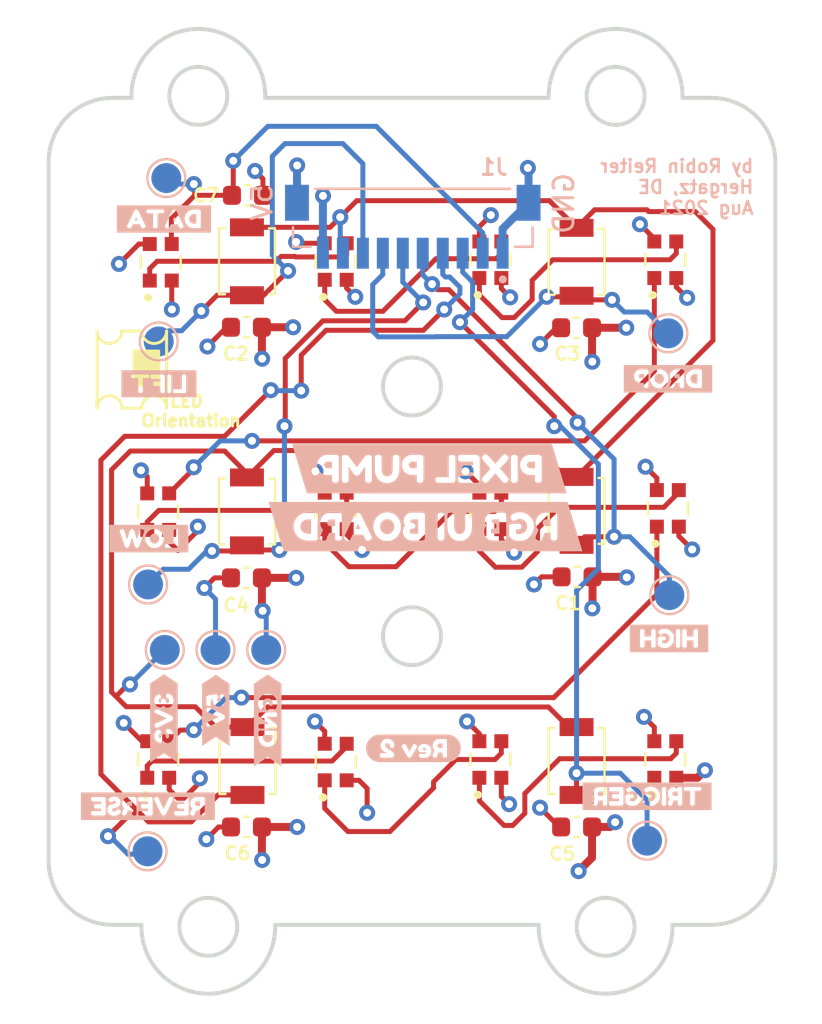
<source format=kicad_pcb>
(kicad_pcb (version 20210722) (generator pcbnew)
  (layers (0 "F.Cu" signal) (1 "In1.Cu" power "GND") (2 "In2.Cu" power "PWR") (31 "B.Cu" signal) (34 "B.Paste" user) (35 "F.Paste" user) (36 "B.SilkS" user "B.Silkscreen") (37 "F.SilkS" user "F.Silkscreen") (38 "B.Mask" user) (39 "F.Mask" user) (44 "Edge.Cuts" user))
  (net 0 "")
  (net 1 "GND")
  (net 2 "LIFT_BTN")
  (net 3 "HIGH_BTN")
  (net 4 "REVERSE_BTN")
  (net 5 "DROP_BTN")
  (net 6 "LOW_BTN")
  (net 7 "TRIGGER_BTN")
  (net 8 "+5V")
  (net 9 "LED_DATA")
  (net 10 "Net-(U1-Pad1)")
  (net 11 "Net-(U2-Pad1)")
  (net 12 "DO_DROP")
  (net 13 "Net-(U3-Pad1)")
  (net 14 "DO_LOW")
  (net 15 "DO_LIFT")
  (net 16 "DO_HIGH")
  (net 17 "DO_REV")
  (net 18 "Net-(U10-Pad3)")
  (net 19 "Net-(U11-Pad3)")
  (net 20 "Net-(U12-Pad3)")
  (net 22 "+3V3")
  (footprint "WS2812-2020:LED_WS2812-2020" (layer "F.Cu") (at 78.105 99.187 90)
    (fp_text reference "U6" hide)
    (fp_text value "WS2812-2020" hide)
  )
  (footprint "Capacitor_SMD:C_0603_1608Metric" (layer "F.Cu") (at 73.6346 89.9668)
    (fp_text reference "C4")
    (fp_text value "100n")
  )
  (footprint "WS2812-2020:LED_WS2812-2020" (layer "F.Cu") (at 78.105 86.614 90)
    (fp_text reference "U5" hide)
    (fp_text value "WS2812-2020" hide)
  )
  (footprint "WS2812-2020:LED_WS2812-2020" (layer "F.Cu") (at 85.852 86.614 90)
    (fp_text reference "U8" hide)
    (fp_text value "WS2812-2020" hide)
  )
  (footprint "WS2812-2020:LED_WS2812-2020" (layer "F.Cu") (at 69.215 86.651522 90)
    (fp_text reference "U2" hide)
    (fp_text value "WS2812-2020" hide)
  )
  (footprint "Capacitor_SMD:C_0603_1608Metric" (layer "F.Cu") (at 90.17 102.4382)
    (fp_text reference "C5")
    (fp_text value "100n")
  )
  (footprint "Button_Switch_SMD:SW_SPST_B3U-1000P" (layer "F.Cu") (at 73.66 74.1172 90)
    (fp_text reference "SW1" hide)
    (fp_text value "LIFT")
  )
  (footprint "Button_Switch_SMD:SW_SPST_B3U-1000P" (layer "F.Cu") (at 90.17 74.1426 90)
    (fp_text reference "SW5" hide)
    (fp_text value "DROP")
  )
  (footprint "WS2812-2020:LED_WS2812-2020" (layer "F.Cu") (at 94.615 74.041 90)
    (fp_text reference "U10" hide)
    (fp_text value "WS2812-2020" hide)
  )
  (footprint "Capacitor_SMD:C_0603_1608Metric" (layer "F.Cu") (at 73.6346 102.4382)
    (fp_text reference "C6")
    (fp_text value "100n")
  )
  (footprint "Capacitor_SMD:C_0603_1608Metric" (layer "F.Cu") (at 73.6346 77.4192)
    (fp_text reference "C2")
    (fp_text value "100n")
  )
  (footprint "WS2812-2020:LED_WS2812-2020" (layer "F.Cu") (at 78.105 74.130478 90)
    (fp_text reference "U4" hide)
    (fp_text value "WS2812-2020" hide)
  )
  (footprint "WS2812-2020:LED_WS2812-2020" (layer "F.Cu") (at 94.742 86.487 90)
    (fp_text reference "U11" hide)
    (fp_text value "WS2812-2020" hide)
  )
  (footprint "WS2812-2020:LED_WS2812-2020" (layer "F.Cu") (at 85.852 99.06 90)
    (fp_text reference "U9" hide)
    (fp_text value "WS2812-2020" hide)
  )
  (footprint "WS2812-2020:LED_WS2812-2020" (layer "F.Cu") (at 85.852 74.041 90)
    (fp_text reference "U7" hide)
    (fp_text value "WS2812-2020" hide)
  )
  (footprint "Capacitor_SMD:C_0603_1608Metric" (layer "F.Cu") (at 73.6854 70.8152)
    (fp_text reference "C7")
    (fp_text value "50p")
  )
  (footprint "Button_Switch_SMD:SW_SPST_B3U-1000P" (layer "F.Cu") (at 90.17 99.1362 90)
    (fp_text reference "SW4" hide)
    (fp_text value "TRIGGER")
  )
  (footprint "Button_Switch_SMD:SW_SPST_B3U-1000P" (layer "F.Cu") (at 73.6854 99.1362 90)
    (fp_text reference "SW3" hide)
    (fp_text value "REVERSE")
  )
  (footprint "WS2812-2020:LED_WS2812-2020" (layer "F.Cu") (at 69.215 99.06 90)
    (fp_text reference "U3" hide)
    (fp_text value "WS2812-2020" hide)
  )
  (footprint "Capacitor_SMD:C_0603_1608Metric" (layer "F.Cu") (at 90.17 77.4446)
    (fp_text reference "C3")
    (fp_text value "100n")
  )
  (footprint "WS2812-2020:LED_WS2812-2020" (layer "F.Cu") (at 94.615 99.06 90)
    (fp_text reference "U12" hide)
    (fp_text value "WS2812-2020" hide)
  )
  (footprint "Capacitor_SMD:C_0603_1608Metric" (layer "F.Cu") (at 90.1954 89.916)
    (fp_text reference "C1")
    (fp_text value "100n")
  )
  (footprint "Button_Switch_SMD:SW_SPST_B3U-1000P" (layer "F.Cu") (at 73.66 86.6394 90)
    (fp_text reference "SW2" hide)
    (fp_text value "LOW")
  )
  (footprint "WS2812-2020:LED_WS2812-2020" (layer "F.Cu") (at 69.342 74.168 90)
    (fp_text reference "U1" hide)
    (fp_text value "WS2812-2020" hide)
  )
  (footprint "Button_Switch_SMD:SW_SPST_B3U-1000P" (layer "F.Cu") (at 90.17 86.614 90)
    (fp_text reference "SW6" hide)
    (fp_text value "HIGH")
  )
  (footprint "kibuzzard-6108471A" (layer "B.Cu") (at 82.6 87.4 180)
    (fp_text reference "kibuzzard-6108471A" hide)
    (fp_text value "G***" hide)
  )
  (footprint "TestPoint:TestPoint_Pad_D1.5mm" (layer "B.Cu") (at 72.0852 93.5736 180)
    (fp_text reference "TP9" hide)
    (fp_text value "+5V")
  )
  (footprint "kibuzzard-610846A8" (layer "B.Cu") (at 72.1 96.6 -90)
    (fp_text reference "kibuzzard-610846A8" hide)
    (fp_text value "G***" hide)
  )
  (footprint "kibuzzard-610846B1" (layer "B.Cu") (at 74.7 97.1 -90)
    (fp_text reference "kibuzzard-610846B1" hide)
    (fp_text value "G***" hide)
  )
  (footprint "kibuzzard-61084691" (layer "B.Cu") (at 69.5 97 -90)
    (fp_text reference "kibuzzard-61084691" hide)
    (fp_text value "G***" hide)
  )
  (footprint "kibuzzard-610845ED" (layer "B.Cu") (at 94.75 80 180)
    (fp_text reference "kibuzzard-610845ED" hide)
    (fp_text value "G***" hide)
  )
  (footprint "TestPoint:TestPoint_Pad_D1.5mm" (layer "B.Cu") (at 68.707 90.297 180)
    (fp_text reference "TP3" hide)
    (fp_text value "LOW")
  )
  (footprint "kibuzzard-6108463B" (layer "B.Cu") (at 93.7 100.9 180)
    (fp_text reference "kibuzzard-6108463B" hide)
    (fp_text value "G***" hide)
  )
  (footprint "kibuzzard-61084618" (layer "B.Cu") (at 94.8 93 180)
    (fp_text reference "kibuzzard-61084618" hide)
    (fp_text value "G***" hide)
  )
  (footprint "BM10B-SRSS-TB(LF)(SN):BM10B-SRSS-TB(LF)(SN)" (layer "B.Cu") (at 81.9658 73.7136 180)
    (fp_text reference "J1")
    (fp_text value "BM10B-SRSS-TB(LF)(SN)")
  )
  (footprint "kibuzzard-61084704" (layer "B.Cu") (at 82.8 84.5 180)
    (fp_text reference "kibuzzard-61084704" hide)
    (fp_text value "G***" hide)
  )
  (footprint "kibuzzard-61084660" (layer "B.Cu") (at 68.7 101.4 180)
    (fp_text reference "kibuzzard-61084660" hide)
    (fp_text value "G***" hide)
  )
  (footprint "kibuzzard-61084764" (layer "B.Cu") (at 82 98.5 180)
    (fp_text reference "kibuzzard-61084764" hide)
    (fp_text value "G***" hide)
  )
  (footprint "kibuzzard-610845E2" (layer "B.Cu") (at 69.25 80.25 180)
    (fp_text reference "kibuzzard-610845E2" hide)
    (fp_text value "G***" hide)
  )
  (footprint "kibuzzard-6108460F" (layer "B.Cu") (at 68.75 88 180)
    (fp_text reference "kibuzzard-6108460F" hide)
    (fp_text value "G***" hide)
  )
  (footprint "TestPoint:TestPoint_Pad_D1.5mm" (layer "B.Cu") (at 94.7674 77.724 180)
    (fp_text reference "TP4" hide)
    (fp_text value "DROP")
  )
  (footprint "TestPoint:TestPoint_Pad_D1.5mm" (layer "B.Cu") (at 69.2404 78.1304 180)
    (fp_text reference "TP2" hide)
    (fp_text value "LIFT")
  )
  (footprint "TestPoint:TestPoint_Pad_D1.5mm" (layer "B.Cu") (at 93.7006 103.124 180)
    (fp_text reference "TP7" hide)
    (fp_text value "TRIGGER")
  )
  (footprint "TestPoint:TestPoint_Pad_D1.5mm" (layer "B.Cu") (at 68.6816 103.6574 180)
    (fp_text reference "TP5" hide)
    (fp_text value "REVERSE")
  )
  (footprint "TestPoint:TestPoint_Pad_D1.5mm" (layer "B.Cu") (at 74.6252 93.5736 180)
    (fp_text reference "TP1" hide)
    (fp_text value "GND")
  )
  (footprint "TestPoint:TestPoint_Pad_D1.5mm" (layer "B.Cu") (at 69.6214 69.9516 180)
    (fp_text reference "TP8" hide)
    (fp_text value "LED DATA")
  )
  (footprint "TestPoint:TestPoint_Pad_D1.5mm" (layer "B.Cu") (at 69.5452 93.5736 180)
    (fp_text reference "TP10" hide)
    (fp_text value "3v3" hide)
  )
  (footprint "TestPoint:TestPoint_Pad_D1.5mm" (layer "B.Cu") (at 94.8182 90.8304 180)
    (fp_text reference "TP6" hide)
    (fp_text value "HIGH")
  )
  (footprint "kibuzzard-61084595" (layer "B.Cu") (at 69.5 72 180)
    (fp_text reference "kibuzzard-61084595" hide)
    (fp_text value "G***" hide)
  )
  (gr_arc (start 66.7766 81.4705) (end 67.3989 81.4705) (angle -180) (layer "F.SilkS") (width 0.15))
  (gr_arc (start 69.0118 77.6097) (end 68.3895 77.6097) (angle -180) (layer "F.SilkS") (width 0.15))
  (gr_arc (start 69.0118 81.4705) (end 69.6341 81.4705) (angle -180) (layer "F.SilkS") (width 0.15))
  (gr_arc (start 66.7766 77.6097) (end 66.1543 77.6097) (angle -180) (layer "F.SilkS") (width 0.15))
  (gr_line (start 66.1543 81.4705) (end 66.1543 77.6097) (layer "F.SilkS") (width 0.15))
  (gr_line (start 68.3895 81.4705) (end 67.3989 81.4705) (layer "F.SilkS") (width 0.15))
  (gr_line (start 69.6341 77.6097) (end 69.6341 81.4705) (layer "F.SilkS") (width 0.15))
  (gr_rect (start 67.9958 78.613) (end 69.2404 80.3148) (layer "F.SilkS") (width 0.15) (fill solid))
  (gr_line (start 67.3735 77.6097) (end 68.3895 77.6097) (layer "F.SilkS") (width 0.15))
  (gr_circle (center 71.724999 107.435436) (end 73.174999 107.435436) (layer "Edge.Cuts") (width 0.2) (fill none))
  (gr_line (start 100.124999 69.135436) (end 100.124999 104.135437) (layer "Edge.Cuts") (width 0.2))
  (gr_circle (center 92.124999 65.835436) (end 93.574999 65.835436) (layer "Edge.Cuts") (width 0.2) (fill none))
  (gr_line (start 96.924999 107.335437) (end 94.973507 107.335437) (layer "Edge.Cuts") (width 0.2))
  (gr_arc (start 71.224999 65.835436) (end 74.573507 65.935436) (angle -183.4211518) (layer "Edge.Cuts") (width 0.2))
  (gr_line (start 95.473507 65.935436) (end 96.924999 65.935436) (layer "Edge.Cuts") (width 0.2))
  (gr_line (start 68.376492 107.335437) (end 66.924999 107.335437) (layer "Edge.Cuts") (width 0.2))
  (gr_line (start 63.724999 104.135437) (end 63.724999 69.135436) (layer "Edge.Cuts") (width 0.2))
  (gr_circle (center 91.624999 107.435436) (end 93.074999 107.435436) (layer "Edge.Cuts") (width 0.2) (fill none))
  (gr_circle (center 81.924999 92.885436) (end 83.374999 92.885436) (layer "Edge.Cuts") (width 0.2) (fill none))
  (gr_circle (center 81.924999 80.385436) (end 83.374999 80.385436) (layer "Edge.Cuts") (width 0.2) (fill none))
  (gr_arc (start 66.924999 104.135437) (end 63.724999 104.135437) (angle -90) (layer "Edge.Cuts") (width 0.2))
  (gr_arc (start 96.924999 69.135436) (end 100.124999 69.135436) (angle -90) (layer "Edge.Cuts") (width 0.2))
  (gr_line (start 74.573507 65.935436) (end 88.776492 65.935436) (layer "Edge.Cuts") (width 0.2))
  (gr_circle (center 71.224999 65.835436) (end 72.674999 65.835436) (layer "Edge.Cuts") (width 0.2) (fill none))
  (gr_arc (start 91.624999 107.435436) (end 88.276492 107.335437) (angle -183.4211319) (layer "Edge.Cuts") (width 0.2))
  (gr_line (start 88.276492 107.335437) (end 75.073507 107.335437) (layer "Edge.Cuts") (width 0.2))
  (gr_line (start 66.924999 65.935436) (end 67.876492 65.935436) (layer "Edge.Cuts") (width 0.2))
  (gr_arc (start 92.124999 65.835436) (end 95.473507 65.935436) (angle -183.4211518) (layer "Edge.Cuts") (width 0.2))
  (gr_arc (start 66.924999 69.135436) (end 66.924999 65.935436) (angle -90) (layer "Edge.Cuts") (width 0.2))
  (gr_arc (start 96.924999 104.135437) (end 96.924999 107.335437) (angle -90) (layer "Edge.Cuts") (width 0.2))
  (gr_arc (start 71.724999 107.435436) (end 68.376492 107.335437) (angle -183.4211319) (layer "Edge.Cuts") (width 0.2))
  (gr_text "GND" (at 89.535 71.2216 90) (layer "B.SilkS") (effects (font (size 1 1)) (justify mirror)))
  (gr_text "by Robin Reiter\nHergatz, DE\nAug 2021" (at 99.1 70.4) (layer "B.SilkS") (effects (font (size 0.65 0.65) (thickness 0.13)) (justify left mirror)))
  (gr_text "5V" (at 74.422 71.1708 90) (layer "B.SilkS") (effects (font (size 1 1)) (justify mirror)))
  (gr_text "LED \nOrientation" (at 70.866 81.6102) (layer "F.SilkS") (effects (font (size 0.6 0.6))))
  (segment (start 74.4096 104.0768) (end 74.422 104.0892) (width 0.4) (layer "F.Cu") (net 1))
  (segment (start 79.274 100.102) (end 79.6798 100.5078) (width 0.25) (layer "F.Cu") (net 1))
  (segment (start 71.3 100.2) (end 71.3 100) (width 0.25) (layer "F.Cu") (net 1))
  (segment (start 69.765 100.565) (end 70.2 101) (width 0.25) (layer "F.Cu") (net 1))
  (segment (start 90.945 102.4382) (end 90.945 103.9746) (width 0.4) (layer "F.Cu") (net 1))
  (segment (start 74.4096 89.9668) (end 74.4096 91.58) (width 0.4) (layer "F.Cu") (net 1))
  (segment (start 69.892 76.5214) (end 69.9008 76.5302) (width 0.25) (layer "F.Cu") (net 1))
  (segment (start 91.8618 102.4382) (end 92.1 102.2) (width 0.4) (layer "F.Cu") (net 1))
  (segment (start 95.292 87.8752) (end 95.9612 88.5444) (width 0.25) (layer "F.Cu") (net 1))
  (segment (start 79.6798 100.5078) (end 79.6798 101.727) (width 0.25) (layer "F.Cu") (net 1))
  (segment (start 90.945 77.4446) (end 90.945 79.134) (width 0.4) (layer "F.Cu") (net 1))
  (segment (start 74.4604 70.8152) (end 74.4604 69.99) (width 0.25) (layer "F.Cu") (net 1))
  (segment (start 78.655 100.102) (end 79.274 100.102) (width 0.25) (layer "F.Cu") (net 1))
  (segment (start 70.2 101) (end 70.5 101) (width 0.25) (layer "F.Cu") (net 1))
  (segment (start 86.402 75.48) (end 86.8426 75.9206) (width 0.25) (layer "F.Cu") (net 1))
  (segment (start 78.655 75.46612) (end 79.086158 75.897278) (width 0.25) (layer "F.Cu") (net 1))
  (segment (start 90.945 77.4446) (end 92.6592 77.4446) (width 0.4) (layer "F.Cu") (net 1))
  (segment (start 92.6592 89.916) (end 92.6846 89.9414) (width 0.4) (layer "F.Cu") (net 1))
  (segment (start 91.4146 102.4382) (end 91.8618 102.4382) (width 0.4) (layer "F.Cu") (net 1))
  (segment (start 74.4096 77.4192) (end 75.9714 77.4192) (width 0.4) (layer "F.Cu") (net 1))
  (segment (start 74.4096 91.58) (end 74.4474 91.6178) (width 0.4) (layer "F.Cu") (net 1))
  (segment (start 86.402 74.956) (end 86.402 75.48) (width 0.25) (layer "F.Cu") (net 1))
  (segment (start 96.225 99.975) (end 96.6 99.6) (width 0.4) (layer "F.Cu") (net 1))
  (segment (start 95.165 74.956) (end 95.165 75.4038) (width 0.25) (layer "F.Cu") (net 1))
  (segment (start 78.655 75.045478) (end 78.655 75.46612) (width 0.25) (layer "F.Cu") (net 1))
  (segment (start 86.402 100.9054) (end 86.7918 101.2952) (width 0.25) (layer "F.Cu") (net 1))
  (segment (start 86.402 99.975) (end 86.402 100.9054) (width 0.25) (layer "F.Cu") (net 1))
  (segment (start 90.9704 89.916) (end 92.6592 89.916) (width 0.4) (layer "F.Cu") (net 1))
  (segment (start 69.765 87.566522) (end 69.765 88.053) (width 0.25) (layer "F.Cu") (net 1))
  (segment (start 95.165 75.4038) (end 95.7072 75.946) (width 0.25) (layer "F.Cu") (net 1))
  (segment (start 78.655 87.529) (end 78.655 87.799) (width 0.25) (layer "F.Cu") (net 1))
  (segment (start 90.9704 91.4778) (end 90.9574 91.4908) (width 0.4) (layer "F.Cu") (net 1))
  (segment (start 71 100.5) (end 71.3 100.2) (width 0.25) (layer "F.Cu") (net 1))
  (segment (start 74.4096 89.9668) (end 76.1238 89.9668) (width 0.4) (layer "F.Cu") (net 1))
  (segment (start 74.4096 78.9816) (end 74.422 78.994) (width 0.4) (layer "F.Cu") (net 1))
  (segment (start 90.945 103.9746) (end 90.2716 104.648) (width 0.4) (layer "F.Cu") (net 1))
  (segment (start 90.9704 89.916) (end 90.9704 91.4778) (width 0.4) (layer "F.Cu") (net 1))
  (segment (start 90.945 79.134) (end 90.9574 79.1464) (width 0.4) (layer "F.Cu") (net 1))
  (segment (start 74.4604 69.99) (end 74.0664 69.596) (width 0.25) (layer "F.Cu") (net 1))
  (segment (start 69.765 88.053) (end 69.765 88.165) (width 0.25) (layer "F.Cu") (net 1))
  (segment (start 78.655 87.799) (end 79.4258 88.5698) (width 0.25) (layer "F.Cu") (net 1))
  (segment (start 86.402 87.529) (end 86.402 88.053) (width 0.25) (layer "F.Cu") (net 1))
  (segment (start 74.4096 102.4382) (end 74.4096 104.0768) (width 0.4) (layer "F.Cu") (net 1))
  (segment (start 86.402 88.053) (end 87.0458 88.6968) (width 0.25) (layer "F.Cu") (net 1))
  (segment (start 90.945 102.4382) (end 91.4146 102.4382) (width 0.4) (layer "F.Cu") (net 1))
  (segment (start 70.2 88.6) (end 71.2 87.6) (width 0.25) (layer "F.Cu") (net 1))
  (segment (start 95.165 99.975) (end 95.165 100.3466) (width 0.25) (layer "F.Cu") (net 1))
  (segment (start 69.765 88.165) (end 70.2 88.6) (width 0.25) (layer "F.Cu") (net 1))
  (segment (start 70.5 101) (end 71 100.5) (width 0.25) (layer "F.Cu") (net 1))
  (segment (start 71.2 87.6) (end 71.2 87.4) (width 0.25) (layer "F.Cu") (net 1))
  (segment (start 74.4096 77.4192) (end 74.4096 78.9816) (width 0.4) (layer "F.Cu") (net 1))
  (segment (start 95.165 99.975) (end 96.225 99.975) (width 0.4) (layer "F.Cu") (net 1))
  (segment (start 69.765 100.5244) (end 69.765 100.565) (width 0.25) (layer "F.Cu") (net 1))
  (segment (start 69.765 99.975) (end 69.765 100.5244) (width 0.25) (layer "F.Cu") (net 1))
  (segment (start 69.892 75.083) (end 69.892 76.5214) (width 0.25) (layer "F.Cu") (net 1))
  (segment (start 74.4096 102.4382) (end 76.1746 102.4382) (width 0.4) (layer "F.Cu") (net 1))
  (segment (start 95.292 87.402) (end 95.292 87.8752) (width 0.25) (layer "F.Cu") (net 1))
  (via (at 86.8426 75.9206) (size 0.8) (drill 0.4) (layers "F.Cu" "B.Cu") (net 1))
  (via (at 74.4474 91.6178) (size 0.8) (drill 0.4) (layers "F.Cu" "B.Cu") (net 1))
  (via (at 76.1746 69.3166) (size 0.8) (drill 0.4) (layers "F.Cu" "B.Cu") (net 1))
  (via (at 74.0664 69.596) (size 0.8) (drill 0.4) (layers "F.Cu" "B.Cu") (net 1))
  (via (at 76.1238 89.9668) (size 0.8) (drill 0.4) (layers "F.Cu" "B.Cu") (net 1))
  (via (at 90.2716 104.648) (size 0.8) (drill 0.4) (layers "F.Cu" "B.Cu") (net 1))
  (via (at 92.6592 77.4446) (size 0.8) (drill 0.4) (layers "F.Cu" "B.Cu") (net 1))
  (via (at 74.422 104.0892) (size 0.8) (drill 0.4) (layers "F.Cu" "B.Cu") (net 1))
  (via (at 74.422 78.994) (size 0.8) (drill 0.4) (layers "F.Cu" "B.Cu") (net 1))
  (via (at 75.9714 77.4192) (size 0.8) (drill 0.4) (layers "F.Cu" "B.Cu") (net 1))
  (via (at 79.6798 101.727) (size 0.8) (drill 0.4) (layers "F.Cu" "B.Cu") (net 1))
  (via (at 87.7316 69.4436) (size 0.8) (drill 0.4) (layers "F.Cu" "B.Cu") (net 1))
  (via (at 79.086158 75.897278) (size 0.8) (drill 0.4) (layers "F.Cu" "B.Cu") (net 1))
  (via (at 96.6 99.6) (size 0.8) (drill 0.4) (layers "F.Cu" "B.Cu") (net 1))
  (via (at 79.4258 88.5698) (size 0.8) (drill 0.4) (layers "F.Cu" "B.Cu") (net 1))
  (via (at 95.7072 75.946) (size 0.8) (drill 0.4) (layers "F.Cu" "B.Cu") (net 1))
  (via (at 76.1746 102.4382) (size 0.8) (drill 0.4) (layers "F.Cu" "B.Cu") (net 1))
  (via (at 92.1 102.2) (size 0.8) (drill 0.4) (layers "F.Cu" "B.Cu") (net 1))
  (via (at 92.6846 89.9414) (size 0.8) (drill 0.4) (layers "F.Cu" "B.Cu") (net 1))
  (via (at 95.9612 88.5444) (size 0.8) (drill 0.4) (layers "F.Cu" "B.Cu") (net 1))
  (via (at 87.0458 88.6968) (size 0.8) (drill 0.4) (layers "F.Cu" "B.Cu") (net 1))
  (via (at 86.7918 101.2952) (size 0.8) (drill 0.4) (layers "F.Cu" "B.Cu") (net 1))
  (via (at 90.9574 79.1464) (size 0.8) (drill 0.4) (layers "F.Cu" "B.Cu") (net 1))
  (via (at 69.9008 76.5302) (size 0.8) (drill 0.4) (layers "F.Cu" "B.Cu") (net 1))
  (via (at 90.9574 91.4908) (size 0.8) (drill 0.4) (layers "F.Cu" "B.Cu") (net 1))
  (via (at 71.3 100) (size 0.8) (drill 0.4) (layers "F.Cu" "B.Cu") (net 1))
  (via (at 71.2 87.4) (size 0.8) (drill 0.4) (layers "F.Cu" "B.Cu") (net 1))
  (segment (start 87.7658 69.4778) (end 87.7316 69.4436) (width 0.4) (layer "B.Cu") (net 1))
  (segment (start 74.6252 93.5736) (end 74.6252 91.7956) (width 0.25) (layer "B.Cu") (net 1))
  (segment (start 76.1658 71.1886) (end 76.1658 69.3254) (width 0.4) (layer "B.Cu") (net 1))
  (segment (start 76.1658 69.3254) (end 76.1746 69.3166) (width 0.4) (layer "B.Cu") (net 1))
  (segment (start 87.7658 71.1886) (end 87.7658 69.4778) (width 0.4) (layer "B.Cu") (net 1))
  (segment (start 86.4658 72.4886) (end 87.7658 71.1886) (width 0.4) (layer "B.Cu") (net 1))
  (segment (start 74.6252 91.7956) (end 74.4474 91.6178) (width 0.25) (layer "B.Cu") (net 1))
  (segment (start 86.4658 73.7136) (end 86.4658 72.4886) (width 0.4) (layer "B.Cu") (net 1))
  (segment (start 72.1632 75.8172) (end 73.66 75.8172) (width 0.25) (layer "F.Cu") (net 2))
  (segment (start 71.374 76.6064) (end 72.1632 75.8172) (width 0.25) (layer "F.Cu") (net 2))
  (segment (start 75.7174 74.5998) (end 74.5 75.8172) (width 0.25) (layer "F.Cu") (net 2))
  (segment (start 74.5 75.8172) (end 73.66 75.8172) (width 0.25) (layer "F.Cu") (net 2))
  (via (at 75.7174 74.5998) (size 0.8) (drill 0.4) (layers "F.Cu" "B.Cu") (net 2))
  (via (at 71.374 76.6064) (size 0.8) (drill 0.4) (layers "F.Cu" "B.Cu") (net 2))
  (segment (start 75.7174 74.5998) (end 74.93 73.8124) (width 0.25) (layer "B.Cu") (net 2))
  (segment (start 78.4606 68.2244) (end 79.4658 69.2296) (width 0.25) (layer "B.Cu") (net 2))
  (segment (start 74.93 73.8124) (end 74.93 68.8594) (width 0.25) (layer "B.Cu") (net 2))
  (segment (start 74.93 68.8594) (end 75.565 68.2244) (width 0.25) (layer "B.Cu") (net 2))
  (segment (start 70.3834 77.597) (end 71.374 76.6064) (width 0.25) (layer "B.Cu") (net 2))
  (segment (start 69.2404 78.1304) (end 69.7738 77.597) (width 0.25) (layer "B.Cu") (net 2))
  (segment (start 70.1802 77.597) (end 70.3834 77.597) (width 0.25) (layer "B.Cu") (net 2))
  (segment (start 69.7738 77.597) (end 70.1802 77.597) (width 0.25) (layer "B.Cu") (net 2))
  (segment (start 79.4658 69.2296) (end 79.4658 73.7136) (width 0.25) (layer "B.Cu") (net 2))
  (segment (start 75.565 68.2244) (end 78.4606 68.2244) (width 0.25) (layer "B.Cu") (net 2))
  (segment (start 83.209611 75.538811) (end 82.931 75.2602) (width 0.25) (layer "F.Cu") (net 3))
  (segment (start 90.2208 82.1944) (end 90.2208 81.985738) (width 0.25) (layer "F.Cu") (net 3))
  (segment (start 90.5746 87.9094) (end 90.17 88.314) (width 0.25) (layer "F.Cu") (net 3))
  (segment (start 92.0496 87.9094) (end 90.5746 87.9094) (width 0.25) (layer "F.Cu") (net 3))
  (segment (start 83.773873 75.538811) (end 83.209611 75.538811) (width 0.25) (layer "F.Cu") (net 3))
  (segment (start 90.2208 81.985738) (end 83.773873 75.538811) (width 0.25) (layer "F.Cu") (net 3))
  (via (at 90.2208 82.1944) (size 0.8) (drill 0.4) (layers "F.Cu" "B.Cu") (net 3))
  (via (at 92.0496 87.9094) (size 0.8) (drill 0.4) (layers "F.Cu" "B.Cu") (net 3))
  (via (at 82.931 75.2602) (size 0.8) (drill 0.4) (layers "F.Cu" "B.Cu") (net 3))
  (segment (start 82.931 75.2602) (end 82.4658 74.795) (width 0.25) (layer "B.Cu") (net 3))
  (segment (start 92.0496 84.0232) (end 92.0496 87.9094) (width 0.25) (layer "B.Cu") (net 3))
  (segment (start 82.4658 74.795) (end 82.4658 73.7136) (width 0.25) (layer "B.Cu") (net 3))
  (segment (start 94.8182 89.8906) (end 92.837 87.9094) (width 0.25) (layer "B.Cu") (net 3))
  (segment (start 94.8182 90.8304) (end 94.8182 89.8906) (width 0.25) (layer "B.Cu") (net 3))
  (segment (start 90.2208 82.1944) (end 92.0496 84.0232) (width 0.25) (layer "B.Cu") (net 3))
  (segment (start 92.837 87.9094) (end 92.0496 87.9094) (width 0.25) (layer "B.Cu") (net 3))
  (segment (start 66.3448 99.7966) (end 68.0847 101.5365) (width 0.25) (layer "F.Cu") (net 4))
  (segment (start 82.4992 77.5716) (end 77.6224 77.5716) (width 0.25) (layer "F.Cu") (net 4))
  (segment (start 72.214 100.8362) (end 73.6854 100.8362) (width 0.25) (layer "F.Cu") (net 4))
  (segment (start 68.0847 101.8159) (end 67.7841 101.8159) (width 0.25) (layer "F.Cu") (net 4))
  (segment (start 77.6224 77.5716) (end 76.3778 78.8162) (width 0.25) (layer "F.Cu") (net 4))
  (segment (start 68.7324 102.1842) (end 70.866 102.1842) (width 0.25) (layer "F.Cu") (net 4))
  (segment (start 76.3778 78.8162) (end 76.3778 80.5942) (width 0.25) (layer "F.Cu") (net 4))
  (segment (start 68.0847 101.8159) (end 68.0847 101.5365) (width 0.25) (layer "F.Cu") (net 4))
  (segment (start 66.3448 84.074) (end 66.3448 99.7966) (width 0.25) (layer "F.Cu") (net 4))
  (segment (start 68.0847 101.5365) (end 68.7324 102.1842) (width 0.25) (layer "F.Cu") (net 4))
  (segment (start 67.7841 101.8159) (end 66.7 102.9) (width 0.25) (layer "F.Cu") (net 4))
  (segment (start 70.866 102.1842) (end 72.214 100.8362) (width 0.25) (layer "F.Cu") (net 4))
  (segment (start 74.8538 80.5688) (end 72.5424 82.8802) (width 0.25) (layer "F.Cu") (net 4))
  (segment (start 67.5386 82.8802) (end 66.3448 84.074) (width 0.25) (layer "F.Cu") (net 4))
  (segment (start 83.5406 76.5302) (end 82.4992 77.5716) (width 0.25) (layer "F.Cu") (net 4))
  (segment (start 72.5424 82.8802) (end 67.5386 82.8802) (width 0.25) (layer "F.Cu") (net 4))
  (via (at 76.3778 80.5942) (size 0.8) (drill 0.4) (layers "F.Cu" "B.Cu") (net 4))
  (via (at 66.7 102.9) (size 0.8) (drill 0.4) (layers "F.Cu" "B.Cu") (net 4))
  (via (at 74.8538 80.5688) (size 0.8) (drill 0.4) (layers "F.Cu" "B.Cu") (net 4))
  (via (at 83.5406 76.5302) (size 0.8) (drill 0.4) (layers "F.Cu" "B.Cu") (net 4))
  (segment (start 83.4658 74.7704) (end 83.4658 73.7136) (width 0.25) (layer "B.Cu") (net 4))
  (segment (start 83.82 74.9046) (end 83.6 74.9046) (width 0.25) (layer "B.Cu") (net 4))
  (segment (start 67.7 103.8) (end 68.539 103.8) (width 0.25) (layer "B.Cu") (net 4))
  (segment (start 66.7 102.9) (end 66.8 102.9) (width 0.25) (layer "B.Cu") (net 4))
  (segment (start 66.8 102.9) (end 67.7 103.8) (width 0.25) (layer "B.Cu") (net 4))
  (segment (start 68.539 103.8) (end 68.6816 103.6574) (width 0.25) (layer "B.Cu") (net 4))
  (segment (start 74.8792 80.5942) (end 74.8538 80.5688) (width 0.25) (layer "B.Cu") (net 4))
  (segment (start 83.6 74.9046) (end 83.4658 74.7704) (width 0.25) (layer "B.Cu") (net 4))
  (segment (start 84.328 75.7428) (end 84.328 75.4126) (width 0.25) (layer "B.Cu") (net 4))
  (segment (start 83.5406 76.5302) (end 84.328 75.7428) (width 0.25) (layer "B.Cu") (net 4))
  (segment (start 68.6816 103.6574) (end 68.6816 103.4542) (width 0.25) (layer "B.Cu") (net 4))
  (segment (start 76.3778 80.5942) (end 74.8792 80.5942) (width 0.25) (layer "B.Cu") (net 4))
  (segment (start 84.328 75.4126) (end 83.82 74.9046) (width 0.25) (layer "B.Cu") (net 4))
  (segment (start 90.1174 75.8952) (end 90.17 75.8426) (width 0.25) (layer "F.Cu") (net 5))
  (segment (start 90.375 76.0476) (end 90.17 75.8426) (width 0.25) (layer "F.Cu") (net 5))
  (segment (start 88.6714 75.8952) (end 90.1174 75.8952) (width 0.25) (layer "F.Cu") (net 5))
  (segment (start 91.948 76.0476) (end 90.375 76.0476) (width 0.25) (layer "F.Cu") (net 5))
  (via (at 88.6714 75.8952) (size 0.8) (drill 0.4) (layers "F.Cu" "B.Cu") (net 5))
  (via (at 91.948 76.0476) (size 0.8) (drill 0.4) (layers "F.Cu" "B.Cu") (net 5))
  (segment (start 92.5576 76.6572) (end 91.948 76.0476) (width 0.25) (layer "B.Cu") (net 5))
  (segment (start 79.9592 75.2856) (end 79.9592 77.6224) (width 0.25) (layer "B.Cu") (net 5))
  (segment (start 86.676899 77.889701) (end 88.6714 75.8952) (width 0.25) (layer "B.Cu") (net 5))
  (segment (start 94.7674 77.724) (end 93.7006 76.6572) (width 0.25) (layer "B.Cu") (net 5))
  (segment (start 80.4658 74.779) (end 79.9592 75.2856) (width 0.25) (layer "B.Cu") (net 5))
  (segment (start 93.7006 76.6572) (end 93.5736 76.6572) (width 0.25) (layer "B.Cu") (net 5))
  (segment (start 83.122101 77.889701) (end 86.676899 77.889701) (width 0.25) (layer "B.Cu") (net 5))
  (segment (start 83.110002 77.9018) (end 83.122101 77.889701) (width 0.25) (layer "B.Cu") (net 5))
  (segment (start 93.5736 76.6572) (end 92.5576 76.6572) (width 0.25) (layer "B.Cu") (net 5))
  (segment (start 80.4658 73.7136) (end 80.4658 74.779) (width 0.25) (layer "B.Cu") (net 5))
  (segment (start 79.9592 77.6224) (end 80.2386 77.9018) (width 0.25) (layer "B.Cu") (net 5))
  (segment (start 80.2386 77.9018) (end 83.110002 77.9018) (width 0.25) (layer "B.Cu") (net 5))
  (segment (start 75.578301 78.979995) (end 77.461607 77.096689) (width 0.25) (layer "F.Cu") (net 6))
  (segment (start 73.3788 88.6206) (end 73.66 88.3394) (width 0.25) (layer "F.Cu") (net 6))
  (segment (start 73.8904 88.5698) (end 73.66 88.3394) (width 0.25) (layer "F.Cu") (net 6))
  (segment (start 75.2856 88.5698) (end 73.8904 88.5698) (width 0.25) (layer "F.Cu") (net 6))
  (segment (start 71.9074 88.6206) (end 73.3788 88.6206) (width 0.25) (layer "F.Cu") (net 6))
  (segment (start 77.461607 77.096689) (end 81.570828 77.096689) (width 0.25) (layer "F.Cu") (net 6))
  (segment (start 75.578301 82.333499) (end 75.578301 78.979995) (width 0.25) (layer "F.Cu") (net 6))
  (segment (start 75.5396 82.3722) (end 75.578301 82.333499) (width 0.25) (layer "F.Cu") (net 6))
  (segment (start 81.570828 77.096689) (end 82.487984 76.179533) (width 0.25) (layer "F.Cu") (net 6))
  (via (at 75.2856 88.5698) (size 0.8) (drill 0.4) (layers "F.Cu" "B.Cu") (net 6))
  (via (at 71.9074 88.6206) (size 0.8) (drill 0.4) (layers "F.Cu" "B.Cu") (net 6))
  (via (at 82.487984 76.179533) (size 0.8) (drill 0.4) (layers "F.Cu" "B.Cu") (net 6))
  (via (at 75.5396 82.3722) (size 0.8) (drill 0.4) (layers "F.Cu" "B.Cu") (net 6))
  (segment (start 70.739 89.535) (end 71.5772 88.6968) (width 0.25) (layer "B.Cu") (net 6))
  (segment (start 75.5396 82.3722) (end 75.5396 88.3158) (width 0.25) (layer "B.Cu") (net 6))
  (segment (start 81.4658 73.7136) (end 81.4658 75.157349) (width 0.25) (layer "B.Cu") (net 6))
  (segment (start 71.5772 88.6968) (end 71.6534 88.6206) (width 0.25) (layer "B.Cu") (net 6))
  (segment (start 81.4658 75.157349) (end 82.487984 76.179533) (width 0.25) (layer "B.Cu") (net 6))
  (segment (start 75.5396 88.3158) (end 75.2856 88.5698) (width 0.25) (layer "B.Cu") (net 6))
  (segment (start 68.707 90.297) (end 69.469 89.535) (width 0.25) (layer "B.Cu") (net 6))
  (segment (start 69.469 89.535) (end 70.739 89.535) (width 0.25) (layer "B.Cu") (net 6))
  (segment (start 71.6534 88.6206) (end 71.9074 88.6206) (width 0.25) (layer "B.Cu") (net 6))
  (segment (start 90.17 99.7458) (end 90.17 100.8362) (width 0.25) (layer "F.Cu") (net 7))
  (segment (start 84.328 77.1652) (end 89.0524 81.8896) (width 0.25) (layer "F.Cu") (net 7))
  (segment (start 89.0524 81.8896) (end 89.0524 82.3722) (width 0.25) (layer "F.Cu") (net 7))
  (via (at 90.17 99.7458) (size 0.8) (drill 0.4) (layers "F.Cu" "B.Cu") (net 7))
  (via (at 89.0524 82.3722) (size 0.8) (drill 0.4) (layers "F.Cu" "B.Cu") (net 7))
  (via (at 84.328 77.1652) (size 0.8) (drill 0.4) (layers "F.Cu" "B.Cu") (net 7))
  (segment (start 84.963 76.5302) (end 84.963 75.1586) (width 0.25) (layer "B.Cu") (net 7))
  (segment (start 89.3572 82.3722) (end 91.2622 84.2772) (width 0.25) (layer "B.Cu") (net 7))
  (segment (start 84.328 77.1652) (end 84.963 76.5302) (width 0.25) (layer "B.Cu") (net 7))
  (segment (start 91.2622 89.5096) (end 90.2208 90.551) (width 0.25) (layer "B.Cu") (net 7))
  (segment (start 84.4658 74.6614) (end 84.4658 73.7136) (width 0.25) (layer "B.Cu") (net 7))
  (segment (start 89.0524 82.3722) (end 89.3572 82.3722) (width 0.25) (layer "B.Cu") (net 7))
  (segment (start 84.963 75.1586) (end 84.4658 74.6614) (width 0.25) (layer "B.Cu") (net 7))
  (segment (start 90.2208 90.551) (end 90.17 90.6018) (width 0.25) (layer "B.Cu") (net 7))
  (segment (start 90.17 90.6018) (end 90.17 99.7458) (width 0.25) (layer "B.Cu") (net 7))
  (segment (start 91.2622 84.2772) (end 91.2622 89.5096) (width 0.25) (layer "B.Cu") (net 7))
  (segment (start 93.7006 101.092) (end 92.3544 99.7458) (width 0.25) (layer "B.Cu") (net 7))
  (segment (start 92.3544 99.7458) (end 90.17 99.7458) (width 0.25) (layer "B.Cu") (net 7))
  (segment (start 93.7006 103.124) (end 93.7006 101.092) (width 0.25) (layer "B.Cu") (net 7))
  (segment (start 89.395 102.4382) (end 89.3064 102.4382) (width 0.25) (layer "F.Cu") (net 8))
  (segment (start 72.8596 77.4192) (end 72.644 77.4192) (width 0.25) (layer "F.Cu") (net 8))
  (segment (start 68.665 84.8956) (end 68.3514 84.582) (width 0.25) (layer "F.Cu") (net 8))
  (segment (start 94.065 72.983) (end 93.345 72.263) (width 0.25) (layer "F.Cu") (net 8))
  (segment (start 77.555 97.6464) (end 77.0636 97.155) (width 0.25) (layer "F.Cu") (net 8))
  (segment (start 85.302 85.3274) (end 84.6074 84.6328) (width 0.25) (layer "F.Cu") (net 8))
  (segment (start 89.4204 89.916) (end 88.4174 89.916) (width 0.25) (layer "F.Cu") (net 8))
  (segment (start 68.792 73.253) (end 68.247 73.253) (width 0.25) (layer "F.Cu") (net 8))
  (segment (start 89.3064 102.4382) (end 88.3412 101.473) (width 0.25) (layer "F.Cu") (net 8))
  (segment (start 72.644 77.4192) (end 71.6788 78.3844) (width 0.25) (layer "F.Cu") (net 8))
  (segment (start 77.555 98.272) (end 77.555 97.6464) (width 0.25) (layer "F.Cu") (net 8))
  (segment (start 85.302 98.145) (end 85.302 97.7734) (width 0.25) (layer "F.Cu") (net 8))
  (segment (start 85.302 97.7734) (end 84.6836 97.155) (width 0.25) (layer "F.Cu") (net 8))
  (segment (start 85.302 73.126) (end 85.302 72.3812) (width 0.25) (layer "F.Cu") (net 8))
  (segment (start 94.192 85.572) (end 94.192 84.9718) (width 0.25) (layer "F.Cu") (net 8))
  (segment (start 94.192 84.9718) (end 93.6244 84.4042) (width 0.25) (layer "F.Cu") (net 8))
  (segment (start 68.792 73.253) (end 68.581756 73.253) (width 0.25) (layer "F.Cu") (net 8))
  (segment (start 68.665 98.145) (end 68.4016 98.145) (width 0.25) (layer "F.Cu") (net 8))
  (segment (start 77.555 85.0988) (end 77.089 84.6328) (width 0.25) (layer "F.Cu") (net 8))
  (segment (start 72.8596 89.9668) (end 72.0344 89.9668) (width 0.25) (layer "F.Cu") (net 8))
  (segment (start 68.247 73.253) (end 67.25 74.25) (width 0.25) (layer "F.Cu") (net 8))
  (segment (start 94.065 97.4432) (end 93.5482 96.9264) (width 0.25) (layer "F.Cu") (net 8))
  (segment (start 85.302 72.3812) (end 85.8774 71.8058) (width 0.25) (layer "F.Cu") (net 8))
  (segment (start 72.0344 89.9668) (end 71.5264 90.4748) (width 0.25) (layer "F.Cu") (net 8))
  (segment (start 94.065 98.145) (end 94.065 97.4432) (width 0.25) (layer "F.Cu") (net 8))
  (segment (start 88.4174 89.916) (end 88.0364 90.297) (width 0.25) (layer "F.Cu") (net 8))
  (segment (start 68.665 85.736522) (end 68.665 84.8956) (width 0.25) (layer "F.Cu") (net 8))
  (segment (start 68.4016 98.145) (end 67.4878 97.2312) (width 0.25) (layer "F.Cu") (net 8))
  (segment (start 94.065 73.126) (end 94.065 72.983) (width 0.25) (layer "F.Cu") (net 8))
  (segment (start 85.302 85.699) (end 85.302 85.3274) (width 0.25) (layer "F.Cu") (net 8))
  (segment (start 72.8596 102.4382) (end 72.2376 102.4382) (width 0.25) (layer "F.Cu") (net 8))
  (segment (start 72.2376 102.4382) (end 71.628 103.0478) (width 0.25) (layer "F.Cu") (net 8))
  (segment (start 77.555 85.699) (end 77.555 85.0988) (width 0.25) (layer "F.Cu") (net 8))
  (segment (start 77.555 73.215478) (end 76.187278 73.215478) (width 0.25) (layer "F.Cu") (net 8))
  (segment (start 76.187278 73.215478) (end 76.1238 73.152) (width 0.25) (layer "F.Cu") (net 8))
  (segment (start 89.154 77.4446) (end 88.3412 78.2574) (width 0.25) (layer "F.Cu") (net 8))
  (segment (start 89.395 77.4446) (end 89.154 77.4446) (width 0.25) (layer "F.Cu") (net 8))
  (via (at 84.6836 97.155) (size 0.8) (drill 0.4) (layers "F.Cu" "B.Cu") (net 8))
  (via (at 88.0364 90.297) (size 0.8) (drill 0.4) (layers "F.Cu" "B.Cu") (net 8))
  (via (at 71.628 103.0478) (size 0.8) (drill 0.4) (layers "F.Cu" "B.Cu") (net 8))
  (via (at 71.6788 78.3844) (size 0.8) (drill 0.4) (layers "F.Cu" "B.Cu") (net 8))
  (via (at 71.5264 90.4748) (size 0.8) (drill 0.4) (layers "F.Cu" "B.Cu") (net 8))
  (via (at 85.8774 71.8058) (size 0.8) (drill 0.4) (layers "F.Cu" "B.Cu") (net 8))
  (via (at 84.6074 84.6328) (size 0.8) (drill 0.4) (layers "F.Cu" "B.Cu") (net 8))
  (via (at 68.3514 84.582) (size 0.8) (drill 0.4) (layers "F.Cu" "B.Cu") (net 8))
  (via (at 93.6244 84.4042) (size 0.8) (drill 0.4) (layers "F.Cu" "B.Cu") (net 8))
  (via (at 88.3412 101.473) (size 0.8) (drill 0.4) (layers "F.Cu" "B.Cu") (net 8))
  (via (at 76.1238 73.152) (size 0.8) (drill 0.4) (layers "F.Cu" "B.Cu") (net 8))
  (via (at 88.3412 78.2574) (size 0.8) (drill 0.4) (layers "F.Cu" "B.Cu") (net 8))
  (via (at 93.5482 96.9264) (size 0.8) (drill 0.4) (layers "F.Cu" "B.Cu") (net 8))
  (via (at 77.089 84.6328) (size 0.8) (drill 0.4) (layers "F.Cu" "B.Cu") (net 8))
  (via (at 67.25 74.25) (size 0.8) (drill 0.4) (layers "F.Cu" "B.Cu") (net 8))
  (via (at 77.47 70.8406) (size 0.8) (drill 0.4) (layers "F.Cu" "B.Cu") (net 8))
  (via (at 77.0636 97.155) (size 0.8) (drill 0.4) (layers "F.Cu" "B.Cu") (net 8))
  (via (at 93.345 72.263) (size 0.8) (drill 0.4) (layers "F.Cu" "B.Cu") (net 8))
  (via (at 67.4878 97.2312) (size 0.8) (drill 0.4) (layers "F.Cu" "B.Cu") (net 8))
  (segment (start 77.4658 73.7136) (end 77.4658 70.8448) (width 0.4) (layer "B.Cu") (net 8))
  (segment (start 72.0852 93.5736) (end 72.0852 91.0336) (width 0.25) (layer "B.Cu") (net 8))
  (segment (start 77.4658 70.8448) (end 77.47 70.8406) (width 0.4) (layer "B.Cu") (net 8))
  (segment (start 72.0852 91.0336) (end 71.5264 90.4748) (width 0.25) (layer "B.Cu") (net 8))
  (segment (start 72.9742 69.088) (end 72.9742 70.7514) (width 0.25) (layer "F.Cu") (net 9))
  (segment (start 71.0438 70.2938) (end 71 70.25) (width 0.25) (layer "F.Cu") (net 9))
  (segment (start 70.1802 71.6788) (end 69.8754 71.9836) (width 0.25) (layer "F.Cu") (net 9))
  (segment (start 72.9742 70.7514) (end 72.9104 70.8152) (width 0.25) (layer "F.Cu") (net 9))
  (segment (start 69.8754 73.2364) (end 69.892 73.253) (width 0.25) (layer "F.Cu") (net 9))
  (segment (start 71.0438 70.8152) (end 70.1802 71.6788) (width 0.25) (layer "F.Cu") (net 9))
  (segment (start 69.8754 71.9836) (end 69.8754 73.2364) (width 0.25) (layer "F.Cu") (net 9))
  (segment (start 72.9104 70.8152) (end 71.0438 70.8152) (width 0.25) (layer "F.Cu") (net 9))
  (segment (start 71.0438 70.8152) (end 71.0438 70.2938) (width 0.25) (layer "F.Cu") (net 9))
  (via (at 71 70.25) (size 0.8) (drill 0.4) (layers "F.Cu" "B.Cu") (net 9))
  (via (at 72.9742 69.088) (size 0.8) (drill 0.4) (layers "F.Cu" "B.Cu") (net 9))
  (segment (start 85.4658 72.6886) (end 80.138 67.3608) (width 0.25) (layer "B.Cu") (net 9))
  (segment (start 85.4658 73.7136) (end 85.4658 72.6886) (width 0.25) (layer "B.Cu") (net 9))
  (segment (start 77.4446 67.3608) (end 74.7014 67.3608) (width 0.25) (layer "B.Cu") (net 9))
  (segment (start 74.7014 67.3608) (end 72.9742 69.088) (width 0.25) (layer "B.Cu") (net 9))
  (segment (start 71 70.25) (end 69.9198 70.25) (width 0.25) (layer "B.Cu") (net 9))
  (segment (start 80.138 67.3608) (end 77.4446 67.3608) (width 0.25) (layer "B.Cu") (net 9))
  (segment (start 69.9198 70.25) (end 69.6214 69.9516) (width 0.25) (layer "B.Cu") (net 9))
  (segment (start 68.792 75.083) (end 68.792 74.483) (width 0.25) (layer "F.Cu") (net 10))
  (segment (start 69.1578 74.1172) (end 75.127738 74.1172) (width 0.25) (layer "F.Cu") (net 10))
  (segment (start 75.369639 73.875299) (end 76.065161 73.875299) (width 0.25) (layer "F.Cu") (net 10))
  (segment (start 76.065161 73.875299) (end 76.090561 73.900699) (width 0.25) (layer "F.Cu") (net 10))
  (segment (start 76.090561 73.900699) (end 78.569779 73.900699) (width 0.25) (layer "F.Cu") (net 10))
  (segment (start 78.655 73.815478) (end 78.655 73.215478) (width 0.25) (layer "F.Cu") (net 10))
  (segment (start 78.569779 73.900699) (end 78.655 73.815478) (width 0.25) (layer "F.Cu") (net 10))
  (segment (start 68.792 74.483) (end 69.1578 74.1172) (width 0.25) (layer "F.Cu") (net 10))
  (segment (start 75.127738 74.1172) (end 75.369639 73.875299) (width 0.25) (layer "F.Cu") (net 10))
  (segment (start 78.3654 86.5886) (end 78.655 86.299) (width 0.25) (layer "F.Cu") (net 11))
  (segment (start 69.2404 86.5886) (end 78.3654 86.5886) (width 0.25) (layer "F.Cu") (net 11))
  (segment (start 68.665 87.164) (end 69.2404 86.5886) (width 0.25) (layer "F.Cu") (net 11))
  (segment (start 78.655 86.299) (end 78.655 85.699) (width 0.25) (layer "F.Cu") (net 11))
  (segment (start 68.665 87.566522) (end 68.665 87.164) (width 0.25) (layer "F.Cu") (net 11))
  (segment (start 70.993 84.4296) (end 70.993 84.508522) (width 0.25) (layer "F.Cu") (net 12))
  (segment (start 70.993 84.508522) (end 69.765 85.736522) (width 0.25) (layer "F.Cu") (net 12))
  (segment (start 94.065 79.6202) (end 91.7194 81.9658) (width 0.25) (layer "F.Cu") (net 12))
  (segment (start 90.5764 83.1088) (end 73.914 83.1088) (width 0.25) (layer "F.Cu") (net 12))
  (segment (start 94.065 74.956) (end 94.065 79.6202) (width 0.25) (layer "F.Cu") (net 12))
  (segment (start 91.7194 81.9658) (end 90.5764 83.1088) (width 0.25) (layer "F.Cu") (net 12))
  (via (at 70.993 84.4296) (size 0.8) (drill 0.4) (layers "F.Cu" "B.Cu") (net 12))
  (via (at 73.914 83.1088) (size 0.8) (drill 0.4) (layers "F.Cu" "B.Cu") (net 12))
  (segment (start 72.3138 83.1088) (end 70.993 84.4296) (width 0.25) (layer "B.Cu") (net 12))
  (segment (start 73.914 83.1088) (end 72.3138 83.1088) (width 0.25) (layer "B.Cu") (net 12))
  (segment (start 78.655 98.4084) (end 78.655 98.272) (width 0.25) (layer "F.Cu") (net 13))
  (segment (start 68.665 99.975) (end 68.665 99.375) (width 0.25) (layer "F.Cu") (net 13))
  (segment (start 77.9272 99.1362) (end 78.655 98.4084) (width 0.25) (layer "F.Cu") (net 13))
  (segment (start 68.665 99.375) (end 68.9038 99.1362) (width 0.25) (layer "F.Cu") (net 13))
  (segment (start 68.9038 99.1362) (end 77.9272 99.1362) (width 0.25) (layer "F.Cu") (net 13))
  (segment (start 78.7654 89.408) (end 81.1276 89.408) (width 0.25) (layer "F.Cu") (net 14))
  (segment (start 86.402 86.299) (end 86.402 85.699) (width 0.25) (layer "F.Cu") (net 14))
  (segment (start 81.1276 89.408) (end 83.8962 86.6394) (width 0.25) (layer "F.Cu") (net 14))
  (segment (start 86.0616 86.6394) (end 86.402 86.299) (width 0.25) (layer "F.Cu") (net 14))
  (segment (start 77.555 87.529) (end 77.555 88.1976) (width 0.25) (layer "F.Cu") (net 14))
  (segment (start 77.555 88.1976) (end 78.7654 89.408) (width 0.25) (layer "F.Cu") (net 14))
  (segment (start 83.8962 86.6394) (end 86.0616 86.6394) (width 0.25) (layer "F.Cu") (net 14))
  (segment (start 77.555 75.045478) (end 77.555 76.037764) (width 0.25) (layer "F.Cu") (net 15))
  (segment (start 78.139014 76.621778) (end 80.468622 76.621778) (width 0.25) (layer "F.Cu") (net 15))
  (segment (start 82.605501 74.510299) (end 83.1256 73.9902) (width 0.25) (layer "F.Cu") (net 15))
  (segment (start 86.402 73.726) (end 86.402 73.126) (width 0.25) (layer "F.Cu") (net 15))
  (segment (start 80.468622 76.621778) (end 82.580101 74.510299) (width 0.25) (layer "F.Cu") (net 15))
  (segment (start 82.580101 74.510299) (end 82.605501 74.510299) (width 0.25) (layer "F.Cu") (net 15))
  (segment (start 86.1378 73.9902) (end 86.402 73.726) (width 0.25) (layer "F.Cu") (net 15))
  (segment (start 77.555 76.037764) (end 78.139014 76.621778) (width 0.25) (layer "F.Cu") (net 15))
  (segment (start 83.1256 73.9902) (end 86.1378 73.9902) (width 0.25) (layer "F.Cu") (net 15))
  (segment (start 94.192 90.7962) (end 92.1004 92.8878) (width 0.25) (layer "F.Cu") (net 16))
  (segment (start 70.993 97.5868) (end 70.3232 97.5868) (width 0.25) (layer "F.Cu") (net 16))
  (segment (start 94.192 87.402) (end 94.192 90.7962) (width 0.25) (layer "F.Cu") (net 16))
  (segment (start 89.027 95.9612) (end 73.3806 95.9612) (width 0.25) (layer "F.Cu") (net 16))
  (segment (start 70.3232 97.5868) (end 69.765 98.145) (width 0.25) (layer "F.Cu") (net 16))
  (segment (start 92.1004 92.8878) (end 89.027 95.9612) (width 0.25) (layer "F.Cu") (net 16))
  (via (at 73.3806 95.9612) (size 0.8) (drill 0.4) (layers "F.Cu" "B.Cu") (net 16))
  (via (at 70.993 97.5868) (size 0.8) (drill 0.4) (layers "F.Cu" "B.Cu") (net 16))
  (segment (start 72.6186 95.9612) (end 70.993 97.5868) (width 0.25) (layer "B.Cu") (net 16))
  (segment (start 73.3806 95.9612) (end 72.6186 95.9612) (width 0.25) (layer "B.Cu") (net 16))
  (segment (start 78.7146 102.6668) (end 80.8228 102.6668) (width 0.25) (layer "F.Cu") (net 17))
  (segment (start 83.0072 100.1776) (end 84.1248 99.06) (width 0.25) (layer "F.Cu") (net 17))
  (segment (start 83.0072 100.4824) (end 83.0072 100.1776) (width 0.25) (layer "F.Cu") (net 17))
  (segment (start 86.402 98.745) (end 86.402 98.145) (width 0.25) (layer "F.Cu") (net 17))
  (segment (start 80.8228 102.6668) (end 83.0072 100.4824) (width 0.25) (layer "F.Cu") (net 17))
  (segment (start 77.555 100.102) (end 77.555 101.5072) (width 0.25) (layer "F.Cu") (net 17))
  (segment (start 77.555 101.5072) (end 78.7146 102.6668) (width 0.25) (layer "F.Cu") (net 17))
  (segment (start 84.1248 99.06) (end 86.087 99.06) (width 0.25) (layer "F.Cu") (net 17))
  (segment (start 86.087 99.06) (end 86.402 98.745) (width 0.25) (layer "F.Cu") (net 17))
  (segment (start 87.946899 75.070301) (end 88.9762 74.041) (width 0.25) (layer "F.Cu") (net 18))
  (segment (start 87.0458 76.9366) (end 87.946899 76.035501) (width 0.25) (layer "F.Cu") (net 18))
  (segment (start 85.302 74.956) (end 85.302 75.8024) (width 0.25) (layer "F.Cu") (net 18))
  (segment (start 86.4362 76.9366) (end 87.0458 76.9366) (width 0.25) (layer "F.Cu") (net 18))
  (segment (start 95.165 73.726) (end 95.165 73.126) (width 0.25) (layer "F.Cu") (net 18))
  (segment (start 88.9762 74.041) (end 94.85 74.041) (width 0.25) (layer "F.Cu") (net 18))
  (segment (start 87.946899 76.035501) (end 87.946899 75.070301) (width 0.25) (layer "F.Cu") (net 18))
  (segment (start 85.302 75.8024) (end 86.4362 76.9366) (width 0.25) (layer "F.Cu") (net 18))
  (segment (start 94.85 74.041) (end 95.165 73.726) (width 0.25) (layer "F.Cu") (net 18))
  (segment (start 86.106 89.4334) (end 87.4268 89.4334) (width 0.25) (layer "F.Cu") (net 19))
  (segment (start 94.5388 86.4362) (end 95.292 85.683) (width 0.25) (layer "F.Cu") (net 19))
  (segment (start 85.302 88.6294) (end 86.106 89.4334) (width 0.25) (layer "F.Cu") (net 19))
  (segment (start 85.302 87.529) (end 85.302 88.6294) (width 0.25) (layer "F.Cu") (net 19))
  (segment (start 87.4268 89.4334) (end 88.2142 88.646) (width 0.25) (layer "F.Cu") (net 19))
  (segment (start 89.281 86.4362) (end 94.5388 86.4362) (width 0.25) (layer "F.Cu") (net 19))
  (segment (start 95.292 85.683) (end 95.292 85.572) (width 0.25) (layer "F.Cu") (net 19))
  (segment (start 88.2142 88.646) (end 88.2142 87.503) (width 0.25) (layer "F.Cu") (net 19))
  (segment (start 88.2142 87.503) (end 89.281 86.4362) (width 0.25) (layer "F.Cu") (net 19))
  (segment (start 86.5378 102.362) (end 86.9696 102.362) (width 0.25) (layer "F.Cu") (net 20))
  (segment (start 87.5792 100.7618) (end 89.319701 99.021299) (width 0.25) (layer "F.Cu") (net 20))
  (segment (start 87.5792 101.7524) (end 87.5792 100.7618) (width 0.25) (layer "F.Cu") (net 20))
  (segment (start 94.888701 99.021299) (end 95.165 98.745) (width 0.25) (layer "F.Cu") (net 20))
  (segment (start 86.9696 102.362) (end 87.5792 101.7524) (width 0.25) (layer "F.Cu") (net 20))
  (segment (start 85.302 101.1262) (end 86.5378 102.362) (width 0.25) (layer "F.Cu") (net 20))
  (segment (start 85.302 99.975) (end 85.302 101.1262) (width 0.25) (layer "F.Cu") (net 20))
  (segment (start 95.165 98.745) (end 95.165 98.145) (width 0.25) (layer "F.Cu") (net 20))
  (segment (start 89.319701 99.021299) (end 94.888701 99.021299) (width 0.25) (layer "F.Cu") (net 20))
  (segment (start 66.8782 84.5566) (end 66.8782 95.6818) (width 0.25) (layer "F.Cu") (net 22))
  (segment (start 90.17 72.4426) (end 88.808699 71.081299) (width 0.25) (layer "F.Cu") (net 22))
  (segment (start 89.613 84.914) (end 88.2904 83.5914) (width 0.25) (layer "F.Cu") (net 22))
  (segment (start 90.17 72.4426) (end 91.074101 71.538499) (width 0.25) (layer "F.Cu") (net 22))
  (segment (start 93.692761 71.538499) (end 93.782262 71.628) (width 0.25) (layer "F.Cu") (net 22))
  (segment (start 88.808699 71.081299) (end 79.159701 71.081299) (width 0.25) (layer "F.Cu") (net 22))
  (segment (start 72.087 97.4362) (end 73.6854 97.4362) (width 0.25) (layer "F.Cu") (net 22))
  (segment (start 75.008 83.5914) (end 73.66 84.9394) (width 0.25) (layer "F.Cu") (net 22))
  (segment (start 67.7 95.3) (end 67.0982 95.9018) (width 0.25) (layer "F.Cu") (net 22))
  (segment (start 67.8 95.3) (end 67.7 95.3) (width 0.25) (layer "F.Cu") (net 22))
  (segment (start 89.77 72.4426) (end 90.17 72.4426) (width 0.25) (layer "F.Cu") (net 22))
  (segment (start 73.6854 97.4362) (end 74.691101 96.430499) (width 0.25) (layer "F.Cu") (net 22))
  (segment (start 71.0692 96.4184) (end 72.087 97.4362) (width 0.25) (layer "F.Cu") (net 22))
  (segment (start 79.159701 71.081299) (end 78.3336 71.9074) (width 0.25) (layer "F.Cu") (net 22))
  (segment (start 90.17 84.914) (end 89.613 84.914) (width 0.25) (layer "F.Cu") (net 22))
  (segment (start 66.8782 95.6818) (end 67.0982 95.9018) (width 0.25) (layer "F.Cu") (net 22))
  (segment (start 88.764299 96.430499) (end 89.77 97.4362) (width 0.25) (layer "F.Cu") (net 22))
  (segment (start 73.66 84.7344) (end 72.5424 83.6168) (width 0.25) (layer "F.Cu") (net 22))
  (segment (start 74.691101 96.430499) (end 88.764299 96.430499) (width 0.25) (layer "F.Cu") (net 22))
  (segment (start 89.77 97.4362) (end 90.17 97.4362) (width 0.25) (layer "F.Cu") (net 22))
  (segment (start 77.8238 72.4172) (end 78.3336 71.9074) (width 0.25) (layer "F.Cu") (net 22))
  (segment (start 97.0026 78.0814) (end 90.17 84.914) (width 0.25) (layer "F.Cu") (net 22))
  (segment (start 91.074101 71.538499) (end 93.692761 71.538499) (width 0.25) (layer "F.Cu") (net 22))
  (segment (start 93.782262 71.628) (end 96.1136 71.628) (width 0.25) (layer "F.Cu") (net 22))
  (segment (start 67.818 83.6168) (end 66.8782 84.5566) (width 0.25) (layer "F.Cu") (net 22))
  (segment (start 68.8848 96.4184) (end 71.0692 96.4184) (width 0.25) (layer "F.Cu") (net 22))
  (segment (start 72.5424 83.6168) (end 67.818 83.6168) (width 0.25) (layer "F.Cu") (net 22))
  (segment (start 67.6148 96.4184) (end 68.8848 96.4184) (width 0.25) (layer "F.Cu") (net 22))
  (segment (start 88.2904 83.5914) (end 75.008 83.5914) (width 0.25) (layer "F.Cu") (net 22))
  (segment (start 73.66 72.4172) (end 77.8238 72.4172) (width 0.25) (layer "F.Cu") (net 22))
  (segment (start 67.0982 95.9018) (end 67.6148 96.4184) (width 0.25) (layer "F.Cu") (net 22))
  (segment (start 73.66 84.9394) (end 73.66 84.7344) (width 0.25) (layer "F.Cu") (net 22))
  (segment (start 96.1136 71.628) (end 97.0026 72.517) (width 0.25) (layer "F.Cu") (net 22))
  (segment (start 97.0026 72.517) (end 97.0026 78.0814) (width 0.25) (layer "F.Cu") (net 22))
  (via (at 67.8 95.3) (size 0.8) (drill 0.4) (layers "F.Cu" "B.Cu") (net 22))
  (via (at 78.3336 71.9074) (size 0.8) (drill 0.4) (layers "F.Cu" "B.Cu") (net 22))
  (segment (start 78.3336 73.5814) (end 78.4658 73.7136) (width 0.25) (layer "B.Cu") (net 22))
  (segment (start 69.5452 93.5736) (end 69.5264 93.5736) (width 0.25) (layer "B.Cu") (net 22))
  (segment (start 69.5264 93.5736) (end 67.8 95.3) (width 0.25) (layer "B.Cu") (net 22))
  (segment (start 78.3336 71.9074) (end 78.3336 73.5814) (width 0.25) (layer "B.Cu") (net 22))
)
</source>
